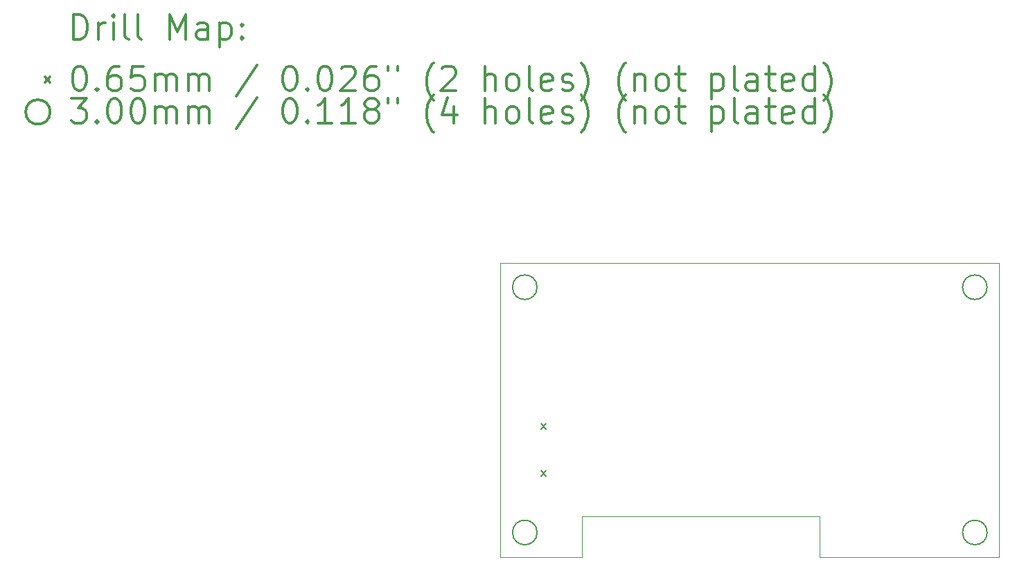
<source format=gbr>
%FSLAX45Y45*%
G04 Gerber Fmt 4.5, Leading zero omitted, Abs format (unit mm)*
G04 Created by KiCad (PCBNEW (5.1.5)-3) date 2020-05-02 15:44:10*
%MOMM*%
%LPD*%
G04 APERTURE LIST*
%TA.AperFunction,Profile*%
%ADD10C,0.050000*%
%TD*%
%TA.AperFunction,Profile*%
%ADD11C,0.100000*%
%TD*%
%ADD12C,0.200000*%
%ADD13C,0.300000*%
G04 APERTURE END LIST*
D10*
X6500000Y-6800000D02*
X5500000Y-6800000D01*
X6500000Y-6300000D02*
X6500000Y-6800000D01*
X6900000Y-6300000D02*
X6500000Y-6300000D01*
X9400000Y-6300000D02*
X6900000Y-6300000D01*
X9400000Y-6800000D02*
X9400000Y-6300000D01*
X11100000Y-6800000D02*
X9400000Y-6800000D01*
D11*
X5500000Y-3200000D02*
X5500000Y-3300000D01*
X11600000Y-3200000D02*
X5500000Y-3200000D01*
X11600000Y-3300000D02*
X11600000Y-3200000D01*
X11600000Y-3300000D02*
X11600000Y-6800000D01*
X11600000Y-6800000D02*
X11100000Y-6800000D01*
X5500000Y-6800000D02*
X5500000Y-3300000D01*
D12*
X5995500Y-5168500D02*
X6060500Y-5233500D01*
X6060500Y-5168500D02*
X5995500Y-5233500D01*
X5995500Y-5746500D02*
X6060500Y-5811500D01*
X6060500Y-5746500D02*
X5995500Y-5811500D01*
X11450000Y-3500000D02*
G75*
G03X11450000Y-3500000I-150000J0D01*
G01*
X5950000Y-3500000D02*
G75*
G03X5950000Y-3500000I-150000J0D01*
G01*
X5950000Y-6500000D02*
G75*
G03X5950000Y-6500000I-150000J0D01*
G01*
X11450000Y-6500000D02*
G75*
G03X11450000Y-6500000I-150000J0D01*
G01*
D13*
X286429Y-465714D02*
X286429Y-165714D01*
X357857Y-165714D01*
X400714Y-180000D01*
X429286Y-208571D01*
X443571Y-237143D01*
X457857Y-294286D01*
X457857Y-337143D01*
X443571Y-394286D01*
X429286Y-422857D01*
X400714Y-451428D01*
X357857Y-465714D01*
X286429Y-465714D01*
X586429Y-465714D02*
X586429Y-265714D01*
X586429Y-322857D02*
X600714Y-294286D01*
X615000Y-280000D01*
X643571Y-265714D01*
X672143Y-265714D01*
X772143Y-465714D02*
X772143Y-265714D01*
X772143Y-165714D02*
X757857Y-180000D01*
X772143Y-194286D01*
X786428Y-180000D01*
X772143Y-165714D01*
X772143Y-194286D01*
X957857Y-465714D02*
X929286Y-451428D01*
X915000Y-422857D01*
X915000Y-165714D01*
X1115000Y-465714D02*
X1086429Y-451428D01*
X1072143Y-422857D01*
X1072143Y-165714D01*
X1457857Y-465714D02*
X1457857Y-165714D01*
X1557857Y-380000D01*
X1657857Y-165714D01*
X1657857Y-465714D01*
X1929286Y-465714D02*
X1929286Y-308571D01*
X1915000Y-280000D01*
X1886428Y-265714D01*
X1829286Y-265714D01*
X1800714Y-280000D01*
X1929286Y-451428D02*
X1900714Y-465714D01*
X1829286Y-465714D01*
X1800714Y-451428D01*
X1786428Y-422857D01*
X1786428Y-394286D01*
X1800714Y-365714D01*
X1829286Y-351428D01*
X1900714Y-351428D01*
X1929286Y-337143D01*
X2072143Y-265714D02*
X2072143Y-565714D01*
X2072143Y-280000D02*
X2100714Y-265714D01*
X2157857Y-265714D01*
X2186429Y-280000D01*
X2200714Y-294286D01*
X2215000Y-322857D01*
X2215000Y-408571D01*
X2200714Y-437143D01*
X2186429Y-451428D01*
X2157857Y-465714D01*
X2100714Y-465714D01*
X2072143Y-451428D01*
X2343571Y-437143D02*
X2357857Y-451428D01*
X2343571Y-465714D01*
X2329286Y-451428D01*
X2343571Y-437143D01*
X2343571Y-465714D01*
X2343571Y-280000D02*
X2357857Y-294286D01*
X2343571Y-308571D01*
X2329286Y-294286D01*
X2343571Y-280000D01*
X2343571Y-308571D01*
X-65000Y-927500D02*
X0Y-992500D01*
X0Y-927500D02*
X-65000Y-992500D01*
X343571Y-795714D02*
X372143Y-795714D01*
X400714Y-810000D01*
X415000Y-824286D01*
X429286Y-852857D01*
X443571Y-910000D01*
X443571Y-981428D01*
X429286Y-1038571D01*
X415000Y-1067143D01*
X400714Y-1081429D01*
X372143Y-1095714D01*
X343571Y-1095714D01*
X315000Y-1081429D01*
X300714Y-1067143D01*
X286429Y-1038571D01*
X272143Y-981428D01*
X272143Y-910000D01*
X286429Y-852857D01*
X300714Y-824286D01*
X315000Y-810000D01*
X343571Y-795714D01*
X572143Y-1067143D02*
X586429Y-1081429D01*
X572143Y-1095714D01*
X557857Y-1081429D01*
X572143Y-1067143D01*
X572143Y-1095714D01*
X843571Y-795714D02*
X786428Y-795714D01*
X757857Y-810000D01*
X743571Y-824286D01*
X715000Y-867143D01*
X700714Y-924286D01*
X700714Y-1038571D01*
X715000Y-1067143D01*
X729286Y-1081429D01*
X757857Y-1095714D01*
X815000Y-1095714D01*
X843571Y-1081429D01*
X857857Y-1067143D01*
X872143Y-1038571D01*
X872143Y-967143D01*
X857857Y-938571D01*
X843571Y-924286D01*
X815000Y-910000D01*
X757857Y-910000D01*
X729286Y-924286D01*
X715000Y-938571D01*
X700714Y-967143D01*
X1143571Y-795714D02*
X1000714Y-795714D01*
X986428Y-938571D01*
X1000714Y-924286D01*
X1029286Y-910000D01*
X1100714Y-910000D01*
X1129286Y-924286D01*
X1143571Y-938571D01*
X1157857Y-967143D01*
X1157857Y-1038571D01*
X1143571Y-1067143D01*
X1129286Y-1081429D01*
X1100714Y-1095714D01*
X1029286Y-1095714D01*
X1000714Y-1081429D01*
X986428Y-1067143D01*
X1286429Y-1095714D02*
X1286429Y-895714D01*
X1286429Y-924286D02*
X1300714Y-910000D01*
X1329286Y-895714D01*
X1372143Y-895714D01*
X1400714Y-910000D01*
X1415000Y-938571D01*
X1415000Y-1095714D01*
X1415000Y-938571D02*
X1429286Y-910000D01*
X1457857Y-895714D01*
X1500714Y-895714D01*
X1529286Y-910000D01*
X1543571Y-938571D01*
X1543571Y-1095714D01*
X1686428Y-1095714D02*
X1686428Y-895714D01*
X1686428Y-924286D02*
X1700714Y-910000D01*
X1729286Y-895714D01*
X1772143Y-895714D01*
X1800714Y-910000D01*
X1815000Y-938571D01*
X1815000Y-1095714D01*
X1815000Y-938571D02*
X1829286Y-910000D01*
X1857857Y-895714D01*
X1900714Y-895714D01*
X1929286Y-910000D01*
X1943571Y-938571D01*
X1943571Y-1095714D01*
X2529286Y-781428D02*
X2272143Y-1167143D01*
X2915000Y-795714D02*
X2943571Y-795714D01*
X2972143Y-810000D01*
X2986428Y-824286D01*
X3000714Y-852857D01*
X3015000Y-910000D01*
X3015000Y-981428D01*
X3000714Y-1038571D01*
X2986428Y-1067143D01*
X2972143Y-1081429D01*
X2943571Y-1095714D01*
X2915000Y-1095714D01*
X2886428Y-1081429D01*
X2872143Y-1067143D01*
X2857857Y-1038571D01*
X2843571Y-981428D01*
X2843571Y-910000D01*
X2857857Y-852857D01*
X2872143Y-824286D01*
X2886428Y-810000D01*
X2915000Y-795714D01*
X3143571Y-1067143D02*
X3157857Y-1081429D01*
X3143571Y-1095714D01*
X3129286Y-1081429D01*
X3143571Y-1067143D01*
X3143571Y-1095714D01*
X3343571Y-795714D02*
X3372143Y-795714D01*
X3400714Y-810000D01*
X3415000Y-824286D01*
X3429286Y-852857D01*
X3443571Y-910000D01*
X3443571Y-981428D01*
X3429286Y-1038571D01*
X3415000Y-1067143D01*
X3400714Y-1081429D01*
X3372143Y-1095714D01*
X3343571Y-1095714D01*
X3315000Y-1081429D01*
X3300714Y-1067143D01*
X3286428Y-1038571D01*
X3272143Y-981428D01*
X3272143Y-910000D01*
X3286428Y-852857D01*
X3300714Y-824286D01*
X3315000Y-810000D01*
X3343571Y-795714D01*
X3557857Y-824286D02*
X3572143Y-810000D01*
X3600714Y-795714D01*
X3672143Y-795714D01*
X3700714Y-810000D01*
X3715000Y-824286D01*
X3729286Y-852857D01*
X3729286Y-881428D01*
X3715000Y-924286D01*
X3543571Y-1095714D01*
X3729286Y-1095714D01*
X3986428Y-795714D02*
X3929286Y-795714D01*
X3900714Y-810000D01*
X3886428Y-824286D01*
X3857857Y-867143D01*
X3843571Y-924286D01*
X3843571Y-1038571D01*
X3857857Y-1067143D01*
X3872143Y-1081429D01*
X3900714Y-1095714D01*
X3957857Y-1095714D01*
X3986428Y-1081429D01*
X4000714Y-1067143D01*
X4015000Y-1038571D01*
X4015000Y-967143D01*
X4000714Y-938571D01*
X3986428Y-924286D01*
X3957857Y-910000D01*
X3900714Y-910000D01*
X3872143Y-924286D01*
X3857857Y-938571D01*
X3843571Y-967143D01*
X4129286Y-795714D02*
X4129286Y-852857D01*
X4243571Y-795714D02*
X4243571Y-852857D01*
X4686429Y-1210000D02*
X4672143Y-1195714D01*
X4643571Y-1152857D01*
X4629286Y-1124286D01*
X4615000Y-1081429D01*
X4600714Y-1010000D01*
X4600714Y-952857D01*
X4615000Y-881428D01*
X4629286Y-838571D01*
X4643571Y-810000D01*
X4672143Y-767143D01*
X4686429Y-752857D01*
X4786429Y-824286D02*
X4800714Y-810000D01*
X4829286Y-795714D01*
X4900714Y-795714D01*
X4929286Y-810000D01*
X4943571Y-824286D01*
X4957857Y-852857D01*
X4957857Y-881428D01*
X4943571Y-924286D01*
X4772143Y-1095714D01*
X4957857Y-1095714D01*
X5315000Y-1095714D02*
X5315000Y-795714D01*
X5443571Y-1095714D02*
X5443571Y-938571D01*
X5429286Y-910000D01*
X5400714Y-895714D01*
X5357857Y-895714D01*
X5329286Y-910000D01*
X5315000Y-924286D01*
X5629286Y-1095714D02*
X5600714Y-1081429D01*
X5586429Y-1067143D01*
X5572143Y-1038571D01*
X5572143Y-952857D01*
X5586429Y-924286D01*
X5600714Y-910000D01*
X5629286Y-895714D01*
X5672143Y-895714D01*
X5700714Y-910000D01*
X5715000Y-924286D01*
X5729286Y-952857D01*
X5729286Y-1038571D01*
X5715000Y-1067143D01*
X5700714Y-1081429D01*
X5672143Y-1095714D01*
X5629286Y-1095714D01*
X5900714Y-1095714D02*
X5872143Y-1081429D01*
X5857857Y-1052857D01*
X5857857Y-795714D01*
X6129286Y-1081429D02*
X6100714Y-1095714D01*
X6043571Y-1095714D01*
X6015000Y-1081429D01*
X6000714Y-1052857D01*
X6000714Y-938571D01*
X6015000Y-910000D01*
X6043571Y-895714D01*
X6100714Y-895714D01*
X6129286Y-910000D01*
X6143571Y-938571D01*
X6143571Y-967143D01*
X6000714Y-995714D01*
X6257857Y-1081429D02*
X6286428Y-1095714D01*
X6343571Y-1095714D01*
X6372143Y-1081429D01*
X6386428Y-1052857D01*
X6386428Y-1038571D01*
X6372143Y-1010000D01*
X6343571Y-995714D01*
X6300714Y-995714D01*
X6272143Y-981428D01*
X6257857Y-952857D01*
X6257857Y-938571D01*
X6272143Y-910000D01*
X6300714Y-895714D01*
X6343571Y-895714D01*
X6372143Y-910000D01*
X6486428Y-1210000D02*
X6500714Y-1195714D01*
X6529286Y-1152857D01*
X6543571Y-1124286D01*
X6557857Y-1081429D01*
X6572143Y-1010000D01*
X6572143Y-952857D01*
X6557857Y-881428D01*
X6543571Y-838571D01*
X6529286Y-810000D01*
X6500714Y-767143D01*
X6486428Y-752857D01*
X7029286Y-1210000D02*
X7015000Y-1195714D01*
X6986428Y-1152857D01*
X6972143Y-1124286D01*
X6957857Y-1081429D01*
X6943571Y-1010000D01*
X6943571Y-952857D01*
X6957857Y-881428D01*
X6972143Y-838571D01*
X6986428Y-810000D01*
X7015000Y-767143D01*
X7029286Y-752857D01*
X7143571Y-895714D02*
X7143571Y-1095714D01*
X7143571Y-924286D02*
X7157857Y-910000D01*
X7186428Y-895714D01*
X7229286Y-895714D01*
X7257857Y-910000D01*
X7272143Y-938571D01*
X7272143Y-1095714D01*
X7457857Y-1095714D02*
X7429286Y-1081429D01*
X7415000Y-1067143D01*
X7400714Y-1038571D01*
X7400714Y-952857D01*
X7415000Y-924286D01*
X7429286Y-910000D01*
X7457857Y-895714D01*
X7500714Y-895714D01*
X7529286Y-910000D01*
X7543571Y-924286D01*
X7557857Y-952857D01*
X7557857Y-1038571D01*
X7543571Y-1067143D01*
X7529286Y-1081429D01*
X7500714Y-1095714D01*
X7457857Y-1095714D01*
X7643571Y-895714D02*
X7757857Y-895714D01*
X7686428Y-795714D02*
X7686428Y-1052857D01*
X7700714Y-1081429D01*
X7729286Y-1095714D01*
X7757857Y-1095714D01*
X8086428Y-895714D02*
X8086428Y-1195714D01*
X8086428Y-910000D02*
X8115000Y-895714D01*
X8172143Y-895714D01*
X8200714Y-910000D01*
X8215000Y-924286D01*
X8229286Y-952857D01*
X8229286Y-1038571D01*
X8215000Y-1067143D01*
X8200714Y-1081429D01*
X8172143Y-1095714D01*
X8115000Y-1095714D01*
X8086428Y-1081429D01*
X8400714Y-1095714D02*
X8372143Y-1081429D01*
X8357857Y-1052857D01*
X8357857Y-795714D01*
X8643571Y-1095714D02*
X8643571Y-938571D01*
X8629286Y-910000D01*
X8600714Y-895714D01*
X8543571Y-895714D01*
X8515000Y-910000D01*
X8643571Y-1081429D02*
X8615000Y-1095714D01*
X8543571Y-1095714D01*
X8515000Y-1081429D01*
X8500714Y-1052857D01*
X8500714Y-1024286D01*
X8515000Y-995714D01*
X8543571Y-981428D01*
X8615000Y-981428D01*
X8643571Y-967143D01*
X8743571Y-895714D02*
X8857857Y-895714D01*
X8786429Y-795714D02*
X8786429Y-1052857D01*
X8800714Y-1081429D01*
X8829286Y-1095714D01*
X8857857Y-1095714D01*
X9072143Y-1081429D02*
X9043571Y-1095714D01*
X8986429Y-1095714D01*
X8957857Y-1081429D01*
X8943571Y-1052857D01*
X8943571Y-938571D01*
X8957857Y-910000D01*
X8986429Y-895714D01*
X9043571Y-895714D01*
X9072143Y-910000D01*
X9086429Y-938571D01*
X9086429Y-967143D01*
X8943571Y-995714D01*
X9343571Y-1095714D02*
X9343571Y-795714D01*
X9343571Y-1081429D02*
X9315000Y-1095714D01*
X9257857Y-1095714D01*
X9229286Y-1081429D01*
X9215000Y-1067143D01*
X9200714Y-1038571D01*
X9200714Y-952857D01*
X9215000Y-924286D01*
X9229286Y-910000D01*
X9257857Y-895714D01*
X9315000Y-895714D01*
X9343571Y-910000D01*
X9457857Y-1210000D02*
X9472143Y-1195714D01*
X9500714Y-1152857D01*
X9515000Y-1124286D01*
X9529286Y-1081429D01*
X9543571Y-1010000D01*
X9543571Y-952857D01*
X9529286Y-881428D01*
X9515000Y-838571D01*
X9500714Y-810000D01*
X9472143Y-767143D01*
X9457857Y-752857D01*
X0Y-1356000D02*
G75*
G03X0Y-1356000I-150000J0D01*
G01*
X257857Y-1191714D02*
X443571Y-1191714D01*
X343571Y-1306000D01*
X386428Y-1306000D01*
X415000Y-1320286D01*
X429286Y-1334571D01*
X443571Y-1363143D01*
X443571Y-1434571D01*
X429286Y-1463143D01*
X415000Y-1477428D01*
X386428Y-1491714D01*
X300714Y-1491714D01*
X272143Y-1477428D01*
X257857Y-1463143D01*
X572143Y-1463143D02*
X586429Y-1477428D01*
X572143Y-1491714D01*
X557857Y-1477428D01*
X572143Y-1463143D01*
X572143Y-1491714D01*
X772143Y-1191714D02*
X800714Y-1191714D01*
X829286Y-1206000D01*
X843571Y-1220286D01*
X857857Y-1248857D01*
X872143Y-1306000D01*
X872143Y-1377429D01*
X857857Y-1434571D01*
X843571Y-1463143D01*
X829286Y-1477428D01*
X800714Y-1491714D01*
X772143Y-1491714D01*
X743571Y-1477428D01*
X729286Y-1463143D01*
X715000Y-1434571D01*
X700714Y-1377429D01*
X700714Y-1306000D01*
X715000Y-1248857D01*
X729286Y-1220286D01*
X743571Y-1206000D01*
X772143Y-1191714D01*
X1057857Y-1191714D02*
X1086429Y-1191714D01*
X1115000Y-1206000D01*
X1129286Y-1220286D01*
X1143571Y-1248857D01*
X1157857Y-1306000D01*
X1157857Y-1377429D01*
X1143571Y-1434571D01*
X1129286Y-1463143D01*
X1115000Y-1477428D01*
X1086429Y-1491714D01*
X1057857Y-1491714D01*
X1029286Y-1477428D01*
X1015000Y-1463143D01*
X1000714Y-1434571D01*
X986428Y-1377429D01*
X986428Y-1306000D01*
X1000714Y-1248857D01*
X1015000Y-1220286D01*
X1029286Y-1206000D01*
X1057857Y-1191714D01*
X1286429Y-1491714D02*
X1286429Y-1291714D01*
X1286429Y-1320286D02*
X1300714Y-1306000D01*
X1329286Y-1291714D01*
X1372143Y-1291714D01*
X1400714Y-1306000D01*
X1415000Y-1334571D01*
X1415000Y-1491714D01*
X1415000Y-1334571D02*
X1429286Y-1306000D01*
X1457857Y-1291714D01*
X1500714Y-1291714D01*
X1529286Y-1306000D01*
X1543571Y-1334571D01*
X1543571Y-1491714D01*
X1686428Y-1491714D02*
X1686428Y-1291714D01*
X1686428Y-1320286D02*
X1700714Y-1306000D01*
X1729286Y-1291714D01*
X1772143Y-1291714D01*
X1800714Y-1306000D01*
X1815000Y-1334571D01*
X1815000Y-1491714D01*
X1815000Y-1334571D02*
X1829286Y-1306000D01*
X1857857Y-1291714D01*
X1900714Y-1291714D01*
X1929286Y-1306000D01*
X1943571Y-1334571D01*
X1943571Y-1491714D01*
X2529286Y-1177429D02*
X2272143Y-1563143D01*
X2915000Y-1191714D02*
X2943571Y-1191714D01*
X2972143Y-1206000D01*
X2986428Y-1220286D01*
X3000714Y-1248857D01*
X3015000Y-1306000D01*
X3015000Y-1377429D01*
X3000714Y-1434571D01*
X2986428Y-1463143D01*
X2972143Y-1477428D01*
X2943571Y-1491714D01*
X2915000Y-1491714D01*
X2886428Y-1477428D01*
X2872143Y-1463143D01*
X2857857Y-1434571D01*
X2843571Y-1377429D01*
X2843571Y-1306000D01*
X2857857Y-1248857D01*
X2872143Y-1220286D01*
X2886428Y-1206000D01*
X2915000Y-1191714D01*
X3143571Y-1463143D02*
X3157857Y-1477428D01*
X3143571Y-1491714D01*
X3129286Y-1477428D01*
X3143571Y-1463143D01*
X3143571Y-1491714D01*
X3443571Y-1491714D02*
X3272143Y-1491714D01*
X3357857Y-1491714D02*
X3357857Y-1191714D01*
X3329286Y-1234571D01*
X3300714Y-1263143D01*
X3272143Y-1277429D01*
X3729286Y-1491714D02*
X3557857Y-1491714D01*
X3643571Y-1491714D02*
X3643571Y-1191714D01*
X3615000Y-1234571D01*
X3586428Y-1263143D01*
X3557857Y-1277429D01*
X3900714Y-1320286D02*
X3872143Y-1306000D01*
X3857857Y-1291714D01*
X3843571Y-1263143D01*
X3843571Y-1248857D01*
X3857857Y-1220286D01*
X3872143Y-1206000D01*
X3900714Y-1191714D01*
X3957857Y-1191714D01*
X3986428Y-1206000D01*
X4000714Y-1220286D01*
X4015000Y-1248857D01*
X4015000Y-1263143D01*
X4000714Y-1291714D01*
X3986428Y-1306000D01*
X3957857Y-1320286D01*
X3900714Y-1320286D01*
X3872143Y-1334571D01*
X3857857Y-1348857D01*
X3843571Y-1377429D01*
X3843571Y-1434571D01*
X3857857Y-1463143D01*
X3872143Y-1477428D01*
X3900714Y-1491714D01*
X3957857Y-1491714D01*
X3986428Y-1477428D01*
X4000714Y-1463143D01*
X4015000Y-1434571D01*
X4015000Y-1377429D01*
X4000714Y-1348857D01*
X3986428Y-1334571D01*
X3957857Y-1320286D01*
X4129286Y-1191714D02*
X4129286Y-1248857D01*
X4243571Y-1191714D02*
X4243571Y-1248857D01*
X4686429Y-1606000D02*
X4672143Y-1591714D01*
X4643571Y-1548857D01*
X4629286Y-1520286D01*
X4615000Y-1477428D01*
X4600714Y-1406000D01*
X4600714Y-1348857D01*
X4615000Y-1277429D01*
X4629286Y-1234571D01*
X4643571Y-1206000D01*
X4672143Y-1163143D01*
X4686429Y-1148857D01*
X4929286Y-1291714D02*
X4929286Y-1491714D01*
X4857857Y-1177429D02*
X4786429Y-1391714D01*
X4972143Y-1391714D01*
X5315000Y-1491714D02*
X5315000Y-1191714D01*
X5443571Y-1491714D02*
X5443571Y-1334571D01*
X5429286Y-1306000D01*
X5400714Y-1291714D01*
X5357857Y-1291714D01*
X5329286Y-1306000D01*
X5315000Y-1320286D01*
X5629286Y-1491714D02*
X5600714Y-1477428D01*
X5586429Y-1463143D01*
X5572143Y-1434571D01*
X5572143Y-1348857D01*
X5586429Y-1320286D01*
X5600714Y-1306000D01*
X5629286Y-1291714D01*
X5672143Y-1291714D01*
X5700714Y-1306000D01*
X5715000Y-1320286D01*
X5729286Y-1348857D01*
X5729286Y-1434571D01*
X5715000Y-1463143D01*
X5700714Y-1477428D01*
X5672143Y-1491714D01*
X5629286Y-1491714D01*
X5900714Y-1491714D02*
X5872143Y-1477428D01*
X5857857Y-1448857D01*
X5857857Y-1191714D01*
X6129286Y-1477428D02*
X6100714Y-1491714D01*
X6043571Y-1491714D01*
X6015000Y-1477428D01*
X6000714Y-1448857D01*
X6000714Y-1334571D01*
X6015000Y-1306000D01*
X6043571Y-1291714D01*
X6100714Y-1291714D01*
X6129286Y-1306000D01*
X6143571Y-1334571D01*
X6143571Y-1363143D01*
X6000714Y-1391714D01*
X6257857Y-1477428D02*
X6286428Y-1491714D01*
X6343571Y-1491714D01*
X6372143Y-1477428D01*
X6386428Y-1448857D01*
X6386428Y-1434571D01*
X6372143Y-1406000D01*
X6343571Y-1391714D01*
X6300714Y-1391714D01*
X6272143Y-1377429D01*
X6257857Y-1348857D01*
X6257857Y-1334571D01*
X6272143Y-1306000D01*
X6300714Y-1291714D01*
X6343571Y-1291714D01*
X6372143Y-1306000D01*
X6486428Y-1606000D02*
X6500714Y-1591714D01*
X6529286Y-1548857D01*
X6543571Y-1520286D01*
X6557857Y-1477428D01*
X6572143Y-1406000D01*
X6572143Y-1348857D01*
X6557857Y-1277429D01*
X6543571Y-1234571D01*
X6529286Y-1206000D01*
X6500714Y-1163143D01*
X6486428Y-1148857D01*
X7029286Y-1606000D02*
X7015000Y-1591714D01*
X6986428Y-1548857D01*
X6972143Y-1520286D01*
X6957857Y-1477428D01*
X6943571Y-1406000D01*
X6943571Y-1348857D01*
X6957857Y-1277429D01*
X6972143Y-1234571D01*
X6986428Y-1206000D01*
X7015000Y-1163143D01*
X7029286Y-1148857D01*
X7143571Y-1291714D02*
X7143571Y-1491714D01*
X7143571Y-1320286D02*
X7157857Y-1306000D01*
X7186428Y-1291714D01*
X7229286Y-1291714D01*
X7257857Y-1306000D01*
X7272143Y-1334571D01*
X7272143Y-1491714D01*
X7457857Y-1491714D02*
X7429286Y-1477428D01*
X7415000Y-1463143D01*
X7400714Y-1434571D01*
X7400714Y-1348857D01*
X7415000Y-1320286D01*
X7429286Y-1306000D01*
X7457857Y-1291714D01*
X7500714Y-1291714D01*
X7529286Y-1306000D01*
X7543571Y-1320286D01*
X7557857Y-1348857D01*
X7557857Y-1434571D01*
X7543571Y-1463143D01*
X7529286Y-1477428D01*
X7500714Y-1491714D01*
X7457857Y-1491714D01*
X7643571Y-1291714D02*
X7757857Y-1291714D01*
X7686428Y-1191714D02*
X7686428Y-1448857D01*
X7700714Y-1477428D01*
X7729286Y-1491714D01*
X7757857Y-1491714D01*
X8086428Y-1291714D02*
X8086428Y-1591714D01*
X8086428Y-1306000D02*
X8115000Y-1291714D01*
X8172143Y-1291714D01*
X8200714Y-1306000D01*
X8215000Y-1320286D01*
X8229286Y-1348857D01*
X8229286Y-1434571D01*
X8215000Y-1463143D01*
X8200714Y-1477428D01*
X8172143Y-1491714D01*
X8115000Y-1491714D01*
X8086428Y-1477428D01*
X8400714Y-1491714D02*
X8372143Y-1477428D01*
X8357857Y-1448857D01*
X8357857Y-1191714D01*
X8643571Y-1491714D02*
X8643571Y-1334571D01*
X8629286Y-1306000D01*
X8600714Y-1291714D01*
X8543571Y-1291714D01*
X8515000Y-1306000D01*
X8643571Y-1477428D02*
X8615000Y-1491714D01*
X8543571Y-1491714D01*
X8515000Y-1477428D01*
X8500714Y-1448857D01*
X8500714Y-1420286D01*
X8515000Y-1391714D01*
X8543571Y-1377429D01*
X8615000Y-1377429D01*
X8643571Y-1363143D01*
X8743571Y-1291714D02*
X8857857Y-1291714D01*
X8786429Y-1191714D02*
X8786429Y-1448857D01*
X8800714Y-1477428D01*
X8829286Y-1491714D01*
X8857857Y-1491714D01*
X9072143Y-1477428D02*
X9043571Y-1491714D01*
X8986429Y-1491714D01*
X8957857Y-1477428D01*
X8943571Y-1448857D01*
X8943571Y-1334571D01*
X8957857Y-1306000D01*
X8986429Y-1291714D01*
X9043571Y-1291714D01*
X9072143Y-1306000D01*
X9086429Y-1334571D01*
X9086429Y-1363143D01*
X8943571Y-1391714D01*
X9343571Y-1491714D02*
X9343571Y-1191714D01*
X9343571Y-1477428D02*
X9315000Y-1491714D01*
X9257857Y-1491714D01*
X9229286Y-1477428D01*
X9215000Y-1463143D01*
X9200714Y-1434571D01*
X9200714Y-1348857D01*
X9215000Y-1320286D01*
X9229286Y-1306000D01*
X9257857Y-1291714D01*
X9315000Y-1291714D01*
X9343571Y-1306000D01*
X9457857Y-1606000D02*
X9472143Y-1591714D01*
X9500714Y-1548857D01*
X9515000Y-1520286D01*
X9529286Y-1477428D01*
X9543571Y-1406000D01*
X9543571Y-1348857D01*
X9529286Y-1277429D01*
X9515000Y-1234571D01*
X9500714Y-1206000D01*
X9472143Y-1163143D01*
X9457857Y-1148857D01*
M02*

</source>
